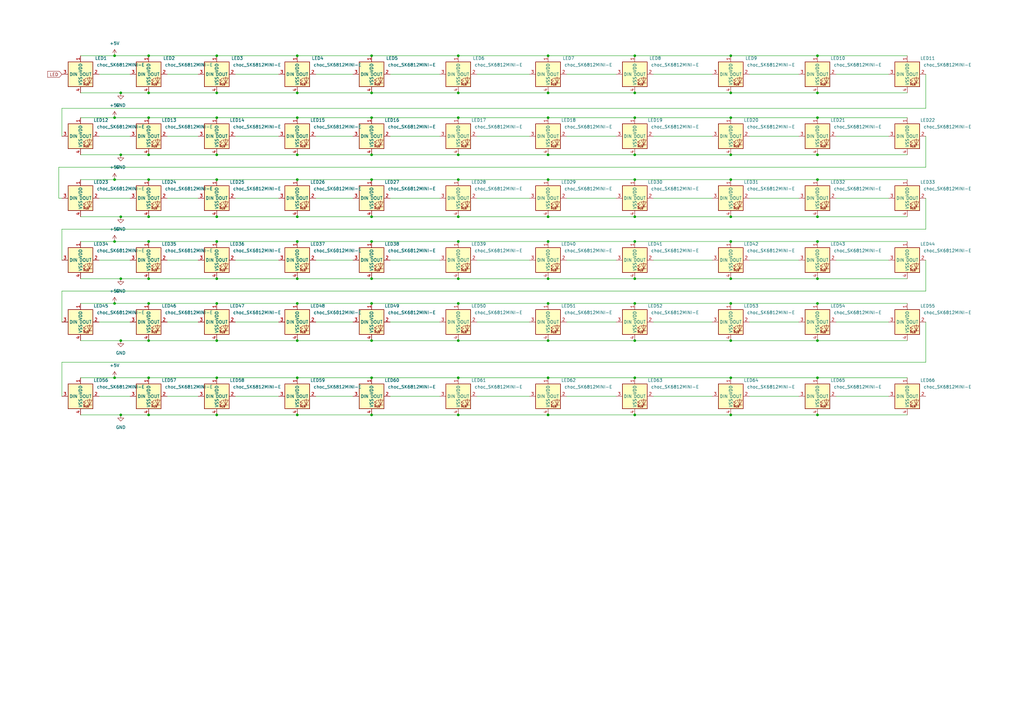
<source format=kicad_sch>
(kicad_sch (version 20250114) (generator "eeschema") (generator_version "9.0")
  (paper "A3")
  (lib_symbols
    (symbol "PCM_marbastlib-choc:choc_SK6812MINI-E"
      (property "Reference" "LED" (at 2.54 6.35 0))
      (property "Value" "choc_SK6812MINI-E" (at 10.795 -6.35 0))
      (symbol "choc_SK6812MINI-E_0_0"
        (text "RGB" (at 2.286 -4.191 0) (effects (font (size 0.762 0.762))))
      )
      (symbol "choc_SK6812MINI-E_0_1"
        (rectangle (start -5.08 5.08) (end 5.08 -5.08) (stroke (width 0.254)) (fill (type background)))
        (polyline (pts (xy 1.27 -2.54) (xy 1.778 -2.54)))
        (polyline (pts (xy 1.27 -3.556) (xy 1.778 -3.556)))
        (polyline (pts (xy 2.286 -1.524) (xy 1.27 -2.54) (xy 1.27 -2.032)))
        (polyline (pts (xy 2.286 -2.54) (xy 1.27 -3.556) (xy 1.27 -3.048)))
        (polyline (pts (xy 3.683 -1.016) (xy 3.683 -3.556) (xy 3.683 -4.064)))
        (polyline (pts (xy 4.699 -1.524) (xy 2.667 -1.524) (xy 3.683 -3.556) (xy 4.699 -1.524)))
        (polyline (pts (xy 4.699 -3.556) (xy 2.667 -3.556)))
      )
      (symbol "choc_SK6812MINI-E_1_1"
        (pin input line (at -7.62 0 0) (length 2.54) (name "DIN") (number "3"))
        (pin power_in line (at 0 7.62 270) (length 2.54) (name "VDD") (number "1"))
        (pin power_in line (at 0 -7.62 90) (length 2.54) (name "VSS") (number "4"))
        (pin output line (at 7.62 0 180) (length 2.54) (name "DOUT") (number "2"))
      )
    )
    (symbol "power:+5V" (power) (pin_numbers (hide yes)) (pin_names (offset 0) (hide yes))
      (property "Value" "+5V" (at 0 3.556 0))
      (symbol "+5V_0_1"
        (polyline (pts (xy -0.762 1.27) (xy 0 2.54)))
        (polyline (pts (xy 0 2.54) (xy 0.762 1.27)))
        (polyline (pts (xy 0 0) (xy 0 2.54)))
      )
      (symbol "+5V_1_1"
        (pin power_in line (at 0 0 90) (length 0) (name "~") (number "1"))
      )
    )
    (symbol "power:GND" (power) (pin_numbers (hide yes)) (pin_names (offset 0) (hide yes))
      (property "Value" "GND" (at 0 -3.81 0))
      (symbol "GND_0_1"
        (polyline (pts (xy 0 0) (xy 0 -1.27) (xy 1.27 -1.27) (xy 0 -2.54) (xy -1.27 -1.27) (xy 0 -1.27)))
      )
      (symbol "GND_1_1"
        (pin power_in line (at 0 0 270) (length 0) (name "~") (number "1"))
      )
    )
  )
  (junction (at 187.96 154.94))
  (junction (at 187.96 38.1))
  (junction (at 60.96 38.1))
  (junction (at 88.9 63.5))
  (junction (at 152.4 48.26))
  (junction (at 224.79 124.46))
  (junction (at 152.4 38.1))
  (junction (at 46.99 154.94))
  (junction (at 299.72 48.26))
  (junction (at 187.96 99.06))
  (junction (at 152.4 170.18))
  (junction (at 46.99 22.86))
  (junction (at 224.79 99.06))
  (junction (at 335.28 73.66))
  (junction (at 187.96 114.3))
  (junction (at 335.28 88.9))
  (junction (at 260.35 73.66))
  (junction (at 88.9 139.7))
  (junction (at 88.9 88.9))
  (junction (at 335.28 154.94))
  (junction (at 88.9 154.94))
  (junction (at 88.9 170.18))
  (junction (at 88.9 48.26))
  (junction (at 88.9 73.66))
  (junction (at 60.96 154.94))
  (junction (at 121.92 22.86))
  (junction (at 60.96 22.86))
  (junction (at 335.28 99.06))
  (junction (at 187.96 48.26))
  (junction (at 49.53 170.18))
  (junction (at 88.9 114.3))
  (junction (at 335.28 170.18))
  (junction (at 260.35 48.26))
  (junction (at 49.53 63.5))
  (junction (at 49.53 139.7))
  (junction (at 46.99 73.66))
  (junction (at 187.96 88.9))
  (junction (at 260.35 63.5))
  (junction (at 152.4 88.9))
  (junction (at 299.72 38.1))
  (junction (at 121.92 38.1))
  (junction (at 260.35 88.9))
  (junction (at 224.79 139.7))
  (junction (at 88.9 124.46))
  (junction (at 152.4 154.94))
  (junction (at 152.4 99.06))
  (junction (at 121.92 63.5))
  (junction (at 88.9 99.06))
  (junction (at 260.35 154.94))
  (junction (at 335.28 63.5))
  (junction (at 299.72 22.86))
  (junction (at 187.96 63.5))
  (junction (at 335.28 22.86))
  (junction (at 49.53 114.3))
  (junction (at 49.53 38.1))
  (junction (at 335.28 48.26))
  (junction (at 224.79 48.26))
  (junction (at 260.35 139.7))
  (junction (at 299.72 73.66))
  (junction (at 121.92 154.94))
  (junction (at 46.99 48.26))
  (junction (at 88.9 22.86))
  (junction (at 299.72 88.9))
  (junction (at 121.92 139.7))
  (junction (at 60.96 88.9))
  (junction (at 121.92 73.66))
  (junction (at 224.79 38.1))
  (junction (at 152.4 73.66))
  (junction (at 152.4 22.86))
  (junction (at 224.79 170.18))
  (junction (at 187.96 139.7))
  (junction (at 121.92 124.46))
  (junction (at 60.96 63.5))
  (junction (at 152.4 114.3))
  (junction (at 187.96 73.66))
  (junction (at 335.28 124.46))
  (junction (at 299.72 170.18))
  (junction (at 299.72 99.06))
  (junction (at 60.96 114.3))
  (junction (at 187.96 170.18))
  (junction (at 260.35 99.06))
  (junction (at 299.72 114.3))
  (junction (at 60.96 124.46))
  (junction (at 121.92 48.26))
  (junction (at 299.72 154.94))
  (junction (at 335.28 139.7))
  (junction (at 60.96 48.26))
  (junction (at 260.35 38.1))
  (junction (at 335.28 114.3))
  (junction (at 224.79 22.86))
  (junction (at 121.92 88.9))
  (junction (at 299.72 124.46))
  (junction (at 224.79 73.66))
  (junction (at 46.99 99.06))
  (junction (at 60.96 73.66))
  (junction (at 224.79 88.9))
  (junction (at 187.96 22.86))
  (junction (at 60.96 170.18))
  (junction (at 60.96 99.06))
  (junction (at 260.35 22.86))
  (junction (at 121.92 170.18))
  (junction (at 152.4 63.5))
  (junction (at 224.79 114.3))
  (junction (at 260.35 114.3))
  (junction (at 260.35 170.18))
  (junction (at 335.28 38.1))
  (junction (at 60.96 139.7))
  (junction (at 299.72 139.7))
  (junction (at 224.79 154.94))
  (junction (at 187.96 124.46))
  (junction (at 224.79 63.5))
  (junction (at 299.72 63.5))
  (junction (at 260.35 124.46))
  (junction (at 46.99 124.46))
  (junction (at 152.4 124.46))
  (junction (at 88.9 38.1))
  (junction (at 152.4 139.7))
  (junction (at 121.92 114.3))
  (junction (at 121.92 99.06))
  (junction (at 49.53 88.9))
  (wire (pts (xy 68.58 106.68) (xy 81.28 106.68)))
  (wire (pts (xy 335.28 88.9) (xy 372.11 88.9)))
  (wire (pts (xy 121.92 88.9) (xy 152.4 88.9)))
  (wire (pts (xy 260.35 63.5) (xy 299.72 63.5)))
  (wire (pts (xy 160.02 162.56) (xy 180.34 162.56)))
  (wire (pts (xy 33.02 99.06) (xy 46.99 99.06)))
  (wire (pts (xy 307.34 30.48) (xy 327.66 30.48)))
  (wire (pts (xy 299.72 73.66) (xy 335.28 73.66)))
  (wire (pts (xy 224.79 73.66) (xy 260.35 73.66)))
  (wire (pts (xy 46.99 124.46) (xy 60.96 124.46)))
  (wire (pts (xy 379.73 55.88) (xy 379.73 68.58)))
  (wire (pts (xy 129.54 81.28) (xy 144.78 81.28)))
  (wire (pts (xy 195.58 132.08) (xy 217.17 132.08)))
  (wire (pts (xy 335.28 48.26) (xy 372.11 48.26)))
  (wire (pts (xy 187.96 114.3) (xy 224.79 114.3)))
  (wire (pts (xy 88.9 154.94) (xy 121.92 154.94)))
  (wire (pts (xy 187.96 63.5) (xy 224.79 63.5)))
  (wire (pts (xy 129.54 132.08) (xy 144.78 132.08)))
  (wire (pts (xy 152.4 38.1) (xy 187.96 38.1)))
  (wire (pts (xy 152.4 154.94) (xy 187.96 154.94)))
  (wire (pts (xy 96.52 81.28) (xy 114.3 81.28)))
  (wire (pts (xy 129.54 30.48) (xy 144.78 30.48)))
  (wire (pts (xy 224.79 48.26) (xy 260.35 48.26)))
  (wire (pts (xy 379.73 119.38) (xy 25.4 119.38)))
  (wire (pts (xy 267.97 132.08) (xy 292.1 132.08)))
  (wire (pts (xy 49.53 88.9) (xy 60.96 88.9)))
  (wire (pts (xy 60.96 48.26) (xy 88.9 48.26)))
  (wire (pts (xy 60.96 114.3) (xy 88.9 114.3)))
  (wire (pts (xy 88.9 22.86) (xy 121.92 22.86)))
  (wire (pts (xy 46.99 99.06) (xy 60.96 99.06)))
  (wire (pts (xy 121.92 48.26) (xy 152.4 48.26)))
  (wire (pts (xy 40.64 55.88) (xy 53.34 55.88)))
  (wire (pts (xy 24.13 68.58) (xy 24.13 81.28)))
  (wire (pts (xy 299.72 99.06) (xy 335.28 99.06)))
  (wire (pts (xy 260.35 99.06) (xy 299.72 99.06)))
  (wire (pts (xy 342.9 162.56) (xy 364.49 162.56)))
  (wire (pts (xy 152.4 99.06) (xy 187.96 99.06)))
  (wire (pts (xy 96.52 55.88) (xy 114.3 55.88)))
  (wire (pts (xy 335.28 114.3) (xy 372.11 114.3)))
  (wire (pts (xy 88.9 88.9) (xy 121.92 88.9)))
  (wire (pts (xy 60.96 22.86) (xy 88.9 22.86)))
  (wire (pts (xy 152.4 88.9) (xy 187.96 88.9)))
  (wire (pts (xy 88.9 170.18) (xy 121.92 170.18)))
  (wire (pts (xy 121.92 38.1) (xy 152.4 38.1)))
  (wire (pts (xy 267.97 30.48) (xy 292.1 30.48)))
  (wire (pts (xy 96.52 30.48) (xy 114.3 30.48)))
  (wire (pts (xy 187.96 73.66) (xy 224.79 73.66)))
  (wire (pts (xy 68.58 55.88) (xy 81.28 55.88)))
  (wire (pts (xy 25.4 44.45) (xy 25.4 55.88)))
  (wire (pts (xy 121.92 22.86) (xy 152.4 22.86)))
  (wire (pts (xy 121.92 124.46) (xy 152.4 124.46)))
  (wire (pts (xy 335.28 124.46) (xy 372.11 124.46)))
  (wire (pts (xy 379.73 106.68) (xy 379.73 119.38)))
  (wire (pts (xy 187.96 139.7) (xy 224.79 139.7)))
  (wire (pts (xy 46.99 48.26) (xy 60.96 48.26)))
  (wire (pts (xy 187.96 38.1) (xy 224.79 38.1)))
  (wire (pts (xy 260.35 139.7) (xy 299.72 139.7)))
  (wire (pts (xy 224.79 88.9) (xy 260.35 88.9)))
  (wire (pts (xy 129.54 55.88) (xy 144.78 55.88)))
  (wire (pts (xy 60.96 38.1) (xy 88.9 38.1)))
  (wire (pts (xy 195.58 30.48) (xy 217.17 30.48)))
  (wire (pts (xy 46.99 22.86) (xy 60.96 22.86)))
  (wire (pts (xy 33.02 38.1) (xy 49.53 38.1)))
  (wire (pts (xy 260.35 88.9) (xy 299.72 88.9)))
  (wire (pts (xy 152.4 124.46) (xy 187.96 124.46)))
  (wire (pts (xy 49.53 38.1) (xy 60.96 38.1)))
  (wire (pts (xy 33.02 88.9) (xy 49.53 88.9)))
  (wire (pts (xy 260.35 38.1) (xy 299.72 38.1)))
  (wire (pts (xy 307.34 132.08) (xy 327.66 132.08)))
  (wire (pts (xy 33.02 114.3) (xy 49.53 114.3)))
  (wire (pts (xy 121.92 99.06) (xy 152.4 99.06)))
  (wire (pts (xy 121.92 154.94) (xy 152.4 154.94)))
  (wire (pts (xy 267.97 162.56) (xy 292.1 162.56)))
  (wire (pts (xy 342.9 30.48) (xy 364.49 30.48)))
  (wire (pts (xy 187.96 22.86) (xy 224.79 22.86)))
  (wire (pts (xy 121.92 114.3) (xy 152.4 114.3)))
  (wire (pts (xy 379.73 68.58) (xy 24.13 68.58)))
  (wire (pts (xy 299.72 170.18) (xy 335.28 170.18)))
  (wire (pts (xy 260.35 48.26) (xy 299.72 48.26)))
  (wire (pts (xy 121.92 139.7) (xy 152.4 139.7)))
  (wire (pts (xy 224.79 154.94) (xy 260.35 154.94)))
  (wire (pts (xy 33.02 22.86) (xy 46.99 22.86)))
  (wire (pts (xy 68.58 81.28) (xy 81.28 81.28)))
  (wire (pts (xy 49.53 170.18) (xy 60.96 170.18)))
  (wire (pts (xy 232.41 162.56) (xy 252.73 162.56)))
  (wire (pts (xy 307.34 162.56) (xy 327.66 162.56)))
  (wire (pts (xy 342.9 81.28) (xy 364.49 81.28)))
  (wire (pts (xy 299.72 124.46) (xy 335.28 124.46)))
  (wire (pts (xy 195.58 81.28) (xy 217.17 81.28)))
  (wire (pts (xy 299.72 154.94) (xy 335.28 154.94)))
  (wire (pts (xy 187.96 154.94) (xy 224.79 154.94)))
  (wire (pts (xy 160.02 132.08) (xy 180.34 132.08)))
  (wire (pts (xy 33.02 48.26) (xy 46.99 48.26)))
  (wire (pts (xy 232.41 106.68) (xy 252.73 106.68)))
  (wire (pts (xy 68.58 30.48) (xy 81.28 30.48)))
  (wire (pts (xy 33.02 73.66) (xy 46.99 73.66)))
  (wire (pts (xy 187.96 88.9) (xy 224.79 88.9)))
  (wire (pts (xy 260.35 170.18) (xy 299.72 170.18)))
  (wire (pts (xy 24.13 81.28) (xy 25.4 81.28)))
  (wire (pts (xy 152.4 114.3) (xy 187.96 114.3)))
  (wire (pts (xy 68.58 162.56) (xy 81.28 162.56)))
  (wire (pts (xy 260.35 124.46) (xy 299.72 124.46)))
  (wire (pts (xy 260.35 73.66) (xy 299.72 73.66)))
  (wire (pts (xy 232.41 30.48) (xy 252.73 30.48)))
  (wire (pts (xy 299.72 114.3) (xy 335.28 114.3)))
  (wire (pts (xy 88.9 139.7) (xy 121.92 139.7)))
  (wire (pts (xy 335.28 99.06) (xy 372.11 99.06)))
  (wire (pts (xy 160.02 106.68) (xy 180.34 106.68)))
  (wire (pts (xy 49.53 139.7) (xy 60.96 139.7)))
  (wire (pts (xy 187.96 124.46) (xy 224.79 124.46)))
  (wire (pts (xy 299.72 38.1) (xy 335.28 38.1)))
  (wire (pts (xy 260.35 22.86) (xy 299.72 22.86)))
  (wire (pts (xy 224.79 99.06) (xy 260.35 99.06)))
  (wire (pts (xy 335.28 139.7) (xy 372.11 139.7)))
  (wire (pts (xy 88.9 124.46) (xy 121.92 124.46)))
  (wire (pts (xy 232.41 55.88) (xy 252.73 55.88)))
  (wire (pts (xy 60.96 73.66) (xy 88.9 73.66)))
  (wire (pts (xy 88.9 63.5) (xy 121.92 63.5)))
  (wire (pts (xy 342.9 55.88) (xy 364.49 55.88)))
  (wire (pts (xy 224.79 38.1) (xy 260.35 38.1)))
  (wire (pts (xy 260.35 114.3) (xy 299.72 114.3)))
  (wire (pts (xy 88.9 114.3) (xy 121.92 114.3)))
  (wire (pts (xy 335.28 63.5) (xy 372.11 63.5)))
  (wire (pts (xy 307.34 106.68) (xy 327.66 106.68)))
  (wire (pts (xy 267.97 106.68) (xy 292.1 106.68)))
  (wire (pts (xy 152.4 63.5) (xy 187.96 63.5)))
  (wire (pts (xy 342.9 106.68) (xy 364.49 106.68)))
  (wire (pts (xy 224.79 22.86) (xy 260.35 22.86)))
  (wire (pts (xy 121.92 63.5) (xy 152.4 63.5)))
  (wire (pts (xy 335.28 154.94) (xy 372.11 154.94)))
  (wire (pts (xy 129.54 106.68) (xy 144.78 106.68)))
  (wire (pts (xy 25.4 148.59) (xy 25.4 162.56)))
  (wire (pts (xy 46.99 154.94) (xy 60.96 154.94)))
  (wire (pts (xy 60.96 63.5) (xy 88.9 63.5)))
  (wire (pts (xy 40.64 132.08) (xy 53.34 132.08)))
  (wire (pts (xy 60.96 139.7) (xy 88.9 139.7)))
  (wire (pts (xy 195.58 106.68) (xy 217.17 106.68)))
  (wire (pts (xy 224.79 139.7) (xy 260.35 139.7)))
  (wire (pts (xy 299.72 63.5) (xy 335.28 63.5)))
  (wire (pts (xy 60.96 99.06) (xy 88.9 99.06)))
  (wire (pts (xy 379.73 44.45) (xy 25.4 44.45)))
  (wire (pts (xy 224.79 124.46) (xy 260.35 124.46)))
  (wire (pts (xy 379.73 81.28) (xy 379.73 93.98)))
  (wire (pts (xy 187.96 99.06) (xy 224.79 99.06)))
  (wire (pts (xy 299.72 88.9) (xy 335.28 88.9)))
  (wire (pts (xy 129.54 162.56) (xy 144.78 162.56)))
  (wire (pts (xy 96.52 162.56) (xy 114.3 162.56)))
  (wire (pts (xy 379.73 132.08) (xy 379.73 148.59)))
  (wire (pts (xy 307.34 81.28) (xy 327.66 81.28)))
  (wire (pts (xy 60.96 88.9) (xy 88.9 88.9)))
  (wire (pts (xy 160.02 81.28) (xy 180.34 81.28)))
  (wire (pts (xy 152.4 48.26) (xy 187.96 48.26)))
  (wire (pts (xy 307.34 55.88) (xy 327.66 55.88)))
  (wire (pts (xy 260.35 154.94) (xy 299.72 154.94)))
  (wire (pts (xy 33.02 154.94) (xy 46.99 154.94)))
  (wire (pts (xy 335.28 170.18) (xy 372.11 170.18)))
  (wire (pts (xy 60.96 154.94) (xy 88.9 154.94)))
  (wire (pts (xy 342.9 132.08) (xy 364.49 132.08)))
  (wire (pts (xy 96.52 132.08) (xy 114.3 132.08)))
  (wire (pts (xy 335.28 38.1) (xy 372.11 38.1)))
  (wire (pts (xy 187.96 170.18) (xy 224.79 170.18)))
  (wire (pts (xy 40.64 81.28) (xy 53.34 81.28)))
  (wire (pts (xy 379.73 148.59) (xy 25.4 148.59)))
  (wire (pts (xy 299.72 48.26) (xy 335.28 48.26)))
  (wire (pts (xy 335.28 22.86) (xy 372.11 22.86)))
  (wire (pts (xy 152.4 170.18) (xy 187.96 170.18)))
  (wire (pts (xy 40.64 162.56) (xy 53.34 162.56)))
  (wire (pts (xy 88.9 73.66) (xy 121.92 73.66)))
  (wire (pts (xy 88.9 48.26) (xy 121.92 48.26)))
  (wire (pts (xy 49.53 63.5) (xy 60.96 63.5)))
  (wire (pts (xy 60.96 170.18) (xy 88.9 170.18)))
  (wire (pts (xy 224.79 170.18) (xy 260.35 170.18)))
  (wire (pts (xy 267.97 81.28) (xy 292.1 81.28)))
  (wire (pts (xy 195.58 55.88) (xy 217.17 55.88)))
  (wire (pts (xy 299.72 22.86) (xy 335.28 22.86)))
  (wire (pts (xy 160.02 55.88) (xy 180.34 55.88)))
  (wire (pts (xy 33.02 170.18) (xy 49.53 170.18)))
  (wire (pts (xy 40.64 106.68) (xy 53.34 106.68)))
  (wire (pts (xy 152.4 139.7) (xy 187.96 139.7)))
  (wire (pts (xy 40.64 30.48) (xy 53.34 30.48)))
  (wire (pts (xy 379.73 93.98) (xy 25.4 93.98)))
  (wire (pts (xy 88.9 38.1) (xy 121.92 38.1)))
  (wire (pts (xy 33.02 63.5) (xy 49.53 63.5)))
  (wire (pts (xy 379.73 30.48) (xy 379.73 44.45)))
  (wire (pts (xy 49.53 114.3) (xy 60.96 114.3)))
  (wire (pts (xy 68.58 132.08) (xy 81.28 132.08)))
  (wire (pts (xy 33.02 139.7) (xy 49.53 139.7)))
  (wire (pts (xy 335.28 73.66) (xy 372.11 73.66)))
  (wire (pts (xy 33.02 124.46) (xy 46.99 124.46)))
  (wire (pts (xy 25.4 93.98) (xy 25.4 106.68)))
  (wire (pts (xy 160.02 30.48) (xy 180.34 30.48)))
  (wire (pts (xy 88.9 99.06) (xy 121.92 99.06)))
  (wire (pts (xy 267.97 55.88) (xy 292.1 55.88)))
  (wire (pts (xy 25.4 119.38) (xy 25.4 132.08)))
  (wire (pts (xy 60.96 124.46) (xy 88.9 124.46)))
  (wire (pts (xy 152.4 22.86) (xy 187.96 22.86)))
  (wire (pts (xy 195.58 162.56) (xy 217.17 162.56)))
  (wire (pts (xy 224.79 63.5) (xy 260.35 63.5)))
  (wire (pts (xy 46.99 73.66) (xy 60.96 73.66)))
  (wire (pts (xy 96.52 106.68) (xy 114.3 106.68)))
  (wire (pts (xy 224.79 114.3) (xy 260.35 114.3)))
  (wire (pts (xy 152.4 73.66) (xy 187.96 73.66)))
  (wire (pts (xy 121.92 73.66) (xy 152.4 73.66)))
  (wire (pts (xy 121.92 170.18) (xy 152.4 170.18)))
  (wire (pts (xy 299.72 139.7) (xy 335.28 139.7)))
  (wire (pts (xy 232.41 81.28) (xy 252.73 81.28)))
  (wire (pts (xy 232.41 132.08) (xy 252.73 132.08)))
  (wire (pts (xy 187.96 48.26) (xy 224.79 48.26)))
  (global_label "LED" (shape input) (at 25.4 30.48 180) (property "Intersheetrefs" "${INTERSHEET_REFS}" (effects (hide yes))))
  (symbol (lib_id "PCM_marbastlib-choc:choc_SK6812MINI-E") (at 152.4 30.48 0) (unit 1)
    (property "Reference" "LED5" (at 160.782 23.876 0))
    (property "Value" "choc_SK6812MINI-E" (at 168.91 26.5998 0))
    (property "Footprint" "PCM_marbastlib-choc:LED_choc_6028R" (effects (hide yes)))
    (property "Description" "Reverse mount adressable LED (WS2812 protocol)" (effects (hide yes)))
  )
  (symbol (lib_id "power:+5V") (at 46.99 22.86 0) (unit 1)
    (property "Reference" "#PWR01" (effects (hide yes)))
    (property "Value" "+5V" (at 46.99 17.78 0))
    (property "Description" "Power symbol creates a global label with name \"+5V\"" (effects (hide yes)))
  )
  (symbol (lib_id "power:GND") (at 49.53 114.3 0) (unit 1)
    (property "Reference" "#PWR08" (effects (hide yes)))
    (property "Value" "GND" (at 49.53 119.38 0))
    (property "Description" "Power symbol creates a global label with name \"GND\" , ground" (effects (hide yes)))
  )
  (symbol (lib_id "power:GND") (at 49.53 170.18 0) (unit 1)
    (property "Reference" "#PWR012" (effects (hide yes)))
    (property "Value" "GND" (at 49.53 175.26 0))
    (property "Description" "Power symbol creates a global label with name \"GND\" , ground" (effects (hide yes)))
  )
  (symbol (lib_id "PCM_marbastlib-choc:choc_SK6812MINI-E") (at 60.96 132.08 0) (unit 1)
    (property "Reference" "LED46" (at 69.342 125.476 0))
    (property "Value" "choc_SK6812MINI-E" (at 77.47 128.1998 0))
    (property "Footprint" "PCM_marbastlib-choc:LED_choc_6028R" (effects (hide yes)))
    (property "Description" "Reverse mount adressable LED (WS2812 protocol)" (effects (hide yes)))
  )
  (symbol (lib_id "PCM_marbastlib-choc:choc_SK6812MINI-E") (at 187.96 30.48 0) (unit 1)
    (property "Reference" "LED6" (at 196.342 23.876 0))
    (property "Value" "choc_SK6812MINI-E" (at 204.47 26.5998 0))
    (property "Footprint" "PCM_marbastlib-choc:LED_choc_6028R" (effects (hide yes)))
    (property "Description" "Reverse mount adressable LED (WS2812 protocol)" (effects (hide yes)))
  )
  (symbol (lib_id "PCM_marbastlib-choc:choc_SK6812MINI-E") (at 121.92 30.48 0) (unit 1)
    (property "Reference" "LED4" (at 130.302 23.876 0))
    (property "Value" "choc_SK6812MINI-E" (at 138.43 26.5998 0))
    (property "Footprint" "PCM_marbastlib-choc:LED_choc_6028R" (effects (hide yes)))
    (property "Description" "Reverse mount adressable LED (WS2812 protocol)" (effects (hide yes)))
  )
  (symbol (lib_id "PCM_marbastlib-choc:choc_SK6812MINI-E") (at 121.92 162.56 0) (unit 1)
    (property "Reference" "LED59" (at 130.302 155.956 0))
    (property "Value" "choc_SK6812MINI-E" (at 138.43 158.6798 0))
    (property "Footprint" "PCM_marbastlib-choc:LED_choc_6028R" (effects (hide yes)))
    (property "Description" "Reverse mount adressable LED (WS2812 protocol)" (effects (hide yes)))
  )
  (symbol (lib_id "PCM_marbastlib-choc:choc_SK6812MINI-E") (at 88.9 81.28 0) (unit 1)
    (property "Reference" "LED25" (at 97.282 74.676 0))
    (property "Value" "choc_SK6812MINI-E" (at 105.41 77.3998 0))
    (property "Footprint" "PCM_marbastlib-choc:LED_choc_6028R" (effects (hide yes)))
    (property "Description" "Reverse mount adressable LED (WS2812 protocol)" (effects (hide yes)))
  )
  (symbol (lib_id "PCM_marbastlib-choc:choc_SK6812MINI-E") (at 33.02 55.88 0) (unit 1)
    (property "Reference" "LED12" (at 41.402 49.276 0))
    (property "Value" "choc_SK6812MINI-E" (at 49.53 51.9998 0))
    (property "Footprint" "PCM_marbastlib-choc:LED_choc_6028R" (effects (hide yes)))
    (property "Description" "Reverse mount adressable LED (WS2812 protocol)" (effects (hide yes)))
  )
  (symbol (lib_id "PCM_marbastlib-choc:choc_SK6812MINI-E") (at 335.28 55.88 0) (unit 1)
    (property "Reference" "LED21" (at 343.662 49.276 0))
    (property "Value" "choc_SK6812MINI-E" (at 351.79 51.9998 0))
    (property "Footprint" "PCM_marbastlib-choc:LED_choc_6028R" (effects (hide yes)))
    (property "Description" "Reverse mount adressable LED (WS2812 protocol)" (effects (hide yes)))
  )
  (symbol (lib_id "PCM_marbastlib-choc:choc_SK6812MINI-E") (at 187.96 81.28 0) (unit 1)
    (property "Reference" "LED28" (at 196.342 74.676 0))
    (property "Value" "choc_SK6812MINI-E" (at 204.47 77.3998 0))
    (property "Footprint" "PCM_marbastlib-choc:LED_choc_6028R" (effects (hide yes)))
    (property "Description" "Reverse mount adressable LED (WS2812 protocol)" (effects (hide yes)))
  )
  (symbol (lib_id "PCM_marbastlib-choc:choc_SK6812MINI-E") (at 33.02 81.28 0) (unit 1)
    (property "Reference" "LED23" (at 41.402 74.676 0))
    (property "Value" "choc_SK6812MINI-E" (at 49.53 77.3998 0))
    (property "Footprint" "PCM_marbastlib-choc:LED_choc_6028R" (effects (hide yes)))
    (property "Description" "Reverse mount adressable LED (WS2812 protocol)" (effects (hide yes)))
  )
  (symbol (lib_id "PCM_marbastlib-choc:choc_SK6812MINI-E") (at 60.96 55.88 0) (unit 1)
    (property "Reference" "LED13" (at 69.342 49.276 0))
    (property "Value" "choc_SK6812MINI-E" (at 77.47 51.9998 0))
    (property "Footprint" "PCM_marbastlib-choc:LED_choc_6028R" (effects (hide yes)))
    (property "Description" "Reverse mount adressable LED (WS2812 protocol)" (effects (hide yes)))
  )
  (symbol (lib_id "PCM_marbastlib-choc:choc_SK6812MINI-E") (at 88.9 162.56 0) (unit 1)
    (property "Reference" "LED58" (at 97.282 155.956 0))
    (property "Value" "choc_SK6812MINI-E" (at 105.41 158.6798 0))
    (property "Footprint" "PCM_marbastlib-choc:LED_choc_6028R" (effects (hide yes)))
    (property "Description" "Reverse mount adressable LED (WS2812 protocol)" (effects (hide yes)))
  )
  (symbol (lib_id "power:GND") (at 49.53 38.1 0) (unit 1)
    (property "Reference" "#PWR02" (effects (hide yes)))
    (property "Value" "GND" (at 49.53 43.18 0))
    (property "Description" "Power symbol creates a global label with name \"GND\" , ground" (effects (hide yes)))
  )
  (symbol (lib_id "PCM_marbastlib-choc:choc_SK6812MINI-E") (at 224.79 106.68 0) (unit 1)
    (property "Reference" "LED40" (at 233.172 100.076 0))
    (property "Value" "choc_SK6812MINI-E" (at 241.3 102.7998 0))
    (property "Footprint" "PCM_marbastlib-choc:LED_choc_6028R" (effects (hide yes)))
    (property "Description" "Reverse mount adressable LED (WS2812 protocol)" (effects (hide yes)))
  )
  (symbol (lib_id "PCM_marbastlib-choc:choc_SK6812MINI-E") (at 33.02 132.08 0) (unit 1)
    (property "Reference" "LED45" (at 41.402 125.476 0))
    (property "Value" "choc_SK6812MINI-E" (at 49.53 128.1998 0))
    (property "Footprint" "PCM_marbastlib-choc:LED_choc_6028R" (effects (hide yes)))
    (property "Description" "Reverse mount adressable LED (WS2812 protocol)" (effects (hide yes)))
  )
  (symbol (lib_id "PCM_marbastlib-choc:choc_SK6812MINI-E") (at 224.79 162.56 0) (unit 1)
    (property "Reference" "LED62" (at 233.172 155.956 0))
    (property "Value" "choc_SK6812MINI-E" (at 241.3 158.6798 0))
    (property "Footprint" "PCM_marbastlib-choc:LED_choc_6028R" (effects (hide yes)))
    (property "Description" "Reverse mount adressable LED (WS2812 protocol)" (effects (hide yes)))
  )
  (symbol (lib_id "PCM_marbastlib-choc:choc_SK6812MINI-E") (at 372.11 30.48 0) (unit 1)
    (property "Reference" "LED11" (at 380.492 23.876 0))
    (property "Value" "choc_SK6812MINI-E" (at 388.62 26.5998 0))
    (property "Footprint" "PCM_marbastlib-choc:LED_choc_6028R" (effects (hide yes)))
    (property "Description" "Reverse mount adressable LED (WS2812 protocol)" (effects (hide yes)))
  )
  (symbol (lib_id "PCM_marbastlib-choc:choc_SK6812MINI-E") (at 224.79 81.28 0) (unit 1)
    (property "Reference" "LED29" (at 233.172 74.676 0))
    (property "Value" "choc_SK6812MINI-E" (at 241.3 77.3998 0))
    (property "Footprint" "PCM_marbastlib-choc:LED_choc_6028R" (effects (hide yes)))
    (property "Description" "Reverse mount adressable LED (WS2812 protocol)" (effects (hide yes)))
  )
  (symbol (lib_id "PCM_marbastlib-choc:choc_SK6812MINI-E") (at 121.92 132.08 0) (unit 1)
    (property "Reference" "LED48" (at 130.302 125.476 0))
    (property "Value" "choc_SK6812MINI-E" (at 138.43 128.1998 0))
    (property "Footprint" "PCM_marbastlib-choc:LED_choc_6028R" (effects (hide yes)))
    (property "Description" "Reverse mount adressable LED (WS2812 protocol)" (effects (hide yes)))
  )
  (symbol (lib_id "PCM_marbastlib-choc:choc_SK6812MINI-E") (at 299.72 81.28 0) (unit 1)
    (property "Reference" "LED31" (at 308.102 74.676 0))
    (property "Value" "choc_SK6812MINI-E" (at 316.23 77.3998 0))
    (property "Footprint" "PCM_marbastlib-choc:LED_choc_6028R" (effects (hide yes)))
    (property "Description" "Reverse mount adressable LED (WS2812 protocol)" (effects (hide yes)))
  )
  (symbol (lib_id "PCM_marbastlib-choc:choc_SK6812MINI-E") (at 152.4 55.88 0) (unit 1)
    (property "Reference" "LED16" (at 160.782 49.276 0))
    (property "Value" "choc_SK6812MINI-E" (at 168.91 51.9998 0))
    (property "Footprint" "PCM_marbastlib-choc:LED_choc_6028R" (effects (hide yes)))
    (property "Description" "Reverse mount adressable LED (WS2812 protocol)" (effects (hide yes)))
  )
  (symbol (lib_id "PCM_marbastlib-choc:choc_SK6812MINI-E") (at 372.11 81.28 0) (unit 1)
    (property "Reference" "LED33" (at 380.492 74.676 0))
    (property "Value" "choc_SK6812MINI-E" (at 388.62 77.3998 0))
    (property "Footprint" "PCM_marbastlib-choc:LED_choc_6028R" (effects (hide yes)))
    (property "Description" "Reverse mount adressable LED (WS2812 protocol)" (effects (hide yes)))
  )
  (symbol (lib_id "PCM_marbastlib-choc:choc_SK6812MINI-E") (at 33.02 106.68 0) (unit 1)
    (property "Reference" "LED34" (at 41.402 100.076 0))
    (property "Value" "choc_SK6812MINI-E" (at 49.53 102.7998 0))
    (property "Footprint" "PCM_marbastlib-choc:LED_choc_6028R" (effects (hide yes)))
    (property "Description" "Reverse mount adressable LED (WS2812 protocol)" (effects (hide yes)))
  )
  (symbol (lib_id "PCM_marbastlib-choc:choc_SK6812MINI-E") (at 335.28 30.48 0) (unit 1)
    (property "Reference" "LED10" (at 343.662 23.876 0))
    (property "Value" "choc_SK6812MINI-E" (at 351.79 26.5998 0))
    (property "Footprint" "PCM_marbastlib-choc:LED_choc_6028R" (effects (hide yes)))
    (property "Description" "Reverse mount adressable LED (WS2812 protocol)" (effects (hide yes)))
  )
  (symbol (lib_id "PCM_marbastlib-choc:choc_SK6812MINI-E") (at 260.35 30.48 0) (unit 1)
    (property "Reference" "LED8" (at 268.732 23.876 0))
    (property "Value" "choc_SK6812MINI-E" (at 276.86 26.5998 0))
    (property "Footprint" "PCM_marbastlib-choc:LED_choc_6028R" (effects (hide yes)))
    (property "Description" "Reverse mount adressable LED (WS2812 protocol)" (effects (hide yes)))
  )
  (symbol (lib_id "PCM_marbastlib-choc:choc_SK6812MINI-E") (at 60.96 30.48 0) (unit 1)
    (property "Reference" "LED2" (at 69.342 23.876 0))
    (property "Value" "choc_SK6812MINI-E" (at 77.47 26.5998 0))
    (property "Footprint" "PCM_marbastlib-choc:LED_choc_6028R" (effects (hide yes)))
    (property "Description" "Reverse mount adressable LED (WS2812 protocol)" (effects (hide yes)))
  )
  (symbol (lib_id "PCM_marbastlib-choc:choc_SK6812MINI-E") (at 88.9 106.68 0) (unit 1)
    (property "Reference" "LED36" (at 97.282 100.076 0))
    (property "Value" "choc_SK6812MINI-E" (at 105.41 102.7998 0))
    (property "Footprint" "PCM_marbastlib-choc:LED_choc_6028R" (effects (hide yes)))
    (property "Description" "Reverse mount adressable LED (WS2812 protocol)" (effects (hide yes)))
  )
  (symbol (lib_id "power:GND") (at 49.53 63.5 0) (unit 1)
    (property "Reference" "#PWR04" (effects (hide yes)))
    (property "Value" "GND" (at 49.53 68.58 0))
    (property "Description" "Power symbol creates a global label with name \"GND\" , ground" (effects (hide yes)))
  )
  (symbol (lib_id "PCM_marbastlib-choc:choc_SK6812MINI-E") (at 260.35 162.56 0) (unit 1)
    (property "Reference" "LED63" (at 268.732 155.956 0))
    (property "Value" "choc_SK6812MINI-E" (at 276.86 158.6798 0))
    (property "Footprint" "PCM_marbastlib-choc:LED_choc_6028R" (effects (hide yes)))
    (property "Description" "Reverse mount adressable LED (WS2812 protocol)" (effects (hide yes)))
  )
  (symbol (lib_id "PCM_marbastlib-choc:choc_SK6812MINI-E") (at 299.72 106.68 0) (unit 1)
    (property "Reference" "LED42" (at 308.102 100.076 0))
    (property "Value" "choc_SK6812MINI-E" (at 316.23 102.7998 0))
    (property "Footprint" "PCM_marbastlib-choc:LED_choc_6028R" (effects (hide yes)))
    (property "Description" "Reverse mount adressable LED (WS2812 protocol)" (effects (hide yes)))
  )
  (symbol (lib_id "PCM_marbastlib-choc:choc_SK6812MINI-E") (at 299.72 162.56 0) (unit 1)
    (property "Reference" "LED64" (at 308.102 155.956 0))
    (property "Value" "choc_SK6812MINI-E" (at 316.23 158.6798 0))
    (property "Footprint" "PCM_marbastlib-choc:LED_choc_6028R" (effects (hide yes)))
    (property "Description" "Reverse mount adressable LED (WS2812 protocol)" (effects (hide yes)))
  )
  (symbol (lib_id "PCM_marbastlib-choc:choc_SK6812MINI-E") (at 335.28 81.28 0) (unit 1)
    (property "Reference" "LED32" (at 343.662 74.676 0))
    (property "Value" "choc_SK6812MINI-E" (at 351.79 77.3998 0))
    (property "Footprint" "PCM_marbastlib-choc:LED_choc_6028R" (effects (hide yes)))
    (property "Description" "Reverse mount adressable LED (WS2812 protocol)" (effects (hide yes)))
  )
  (symbol (lib_id "PCM_marbastlib-choc:choc_SK6812MINI-E") (at 335.28 132.08 0) (unit 1)
    (property "Reference" "LED54" (at 343.662 125.476 0))
    (property "Value" "choc_SK6812MINI-E" (at 351.79 128.1998 0))
    (property "Footprint" "PCM_marbastlib-choc:LED_choc_6028R" (effects (hide yes)))
    (property "Description" "Reverse mount adressable LED (WS2812 protocol)" (effects (hide yes)))
  )
  (symbol (lib_id "PCM_marbastlib-choc:choc_SK6812MINI-E") (at 260.35 132.08 0) (unit 1)
    (property "Reference" "LED52" (at 268.732 125.476 0))
    (property "Value" "choc_SK6812MINI-E" (at 276.86 128.1998 0))
    (property "Footprint" "PCM_marbastlib-choc:LED_choc_6028R" (effects (hide yes)))
    (property "Description" "Reverse mount adressable LED (WS2812 protocol)" (effects (hide yes)))
  )
  (symbol (lib_id "PCM_marbastlib-choc:choc_SK6812MINI-E") (at 152.4 132.08 0) (unit 1)
    (property "Reference" "LED49" (at 160.782 125.476 0))
    (property "Value" "choc_SK6812MINI-E" (at 168.91 128.1998 0))
    (property "Footprint" "PCM_marbastlib-choc:LED_choc_6028R" (effects (hide yes)))
    (property "Description" "Reverse mount adressable LED (WS2812 protocol)" (effects (hide yes)))
  )
  (symbol (lib_id "PCM_marbastlib-choc:choc_SK6812MINI-E") (at 335.28 106.68 0) (unit 1)
    (property "Reference" "LED43" (at 343.662 100.076 0))
    (property "Value" "choc_SK6812MINI-E" (at 351.79 102.7998 0))
    (property "Footprint" "PCM_marbastlib-choc:LED_choc_6028R" (effects (hide yes)))
    (property "Description" "Reverse mount adressable LED (WS2812 protocol)" (effects (hide yes)))
  )
  (symbol (lib_id "power:+5V") (at 46.99 73.66 0) (unit 1)
    (property "Reference" "#PWR05" (effects (hide yes)))
    (property "Value" "+5V" (at 46.99 68.58 0))
    (property "Description" "Power symbol creates a global label with name \"+5V\"" (effects (hide yes)))
  )
  (symbol (lib_id "PCM_marbastlib-choc:choc_SK6812MINI-E") (at 187.96 106.68 0) (unit 1)
    (property "Reference" "LED39" (at 196.342 100.076 0))
    (property "Value" "choc_SK6812MINI-E" (at 204.47 102.7998 0))
    (property "Footprint" "PCM_marbastlib-choc:LED_choc_6028R" (effects (hide yes)))
    (property "Description" "Reverse mount adressable LED (WS2812 protocol)" (effects (hide yes)))
  )
  (symbol (lib_id "PCM_marbastlib-choc:choc_SK6812MINI-E") (at 260.35 81.28 0) (unit 1)
    (property "Reference" "LED30" (at 268.732 74.676 0))
    (property "Value" "choc_SK6812MINI-E" (at 276.86 77.3998 0))
    (property "Footprint" "PCM_marbastlib-choc:LED_choc_6028R" (effects (hide yes)))
    (property "Description" "Reverse mount adressable LED (WS2812 protocol)" (effects (hide yes)))
  )
  (symbol (lib_id "power:GND") (at 49.53 139.7 0) (unit 1)
    (property "Reference" "#PWR010" (effects (hide yes)))
    (property "Value" "GND" (at 49.53 144.78 0))
    (property "Description" "Power symbol creates a global label with name \"GND\" , ground" (effects (hide yes)))
  )
  (symbol (lib_id "power:+5V") (at 46.99 48.26 0) (unit 1)
    (property "Reference" "#PWR03" (effects (hide yes)))
    (property "Value" "+5V" (at 46.99 43.18 0))
    (property "Description" "Power symbol creates a global label with name \"+5V\"" (effects (hide yes)))
  )
  (symbol (lib_id "PCM_marbastlib-choc:choc_SK6812MINI-E") (at 372.11 106.68 0) (unit 1)
    (property "Reference" "LED44" (at 380.492 100.076 0))
    (property "Value" "choc_SK6812MINI-E" (at 388.62 102.7998 0))
    (property "Footprint" "PCM_marbastlib-choc:LED_choc_6028R" (effects (hide yes)))
    (property "Description" "Reverse mount adressable LED (WS2812 protocol)" (effects (hide yes)))
  )
  (symbol (lib_id "PCM_marbastlib-choc:choc_SK6812MINI-E") (at 33.02 30.48 0) (unit 1)
    (property "Reference" "LED1" (at 41.402 23.876 0))
    (property "Value" "choc_SK6812MINI-E" (at 49.53 26.5998 0))
    (property "Footprint" "PCM_marbastlib-choc:LED_choc_6028R" (effects (hide yes)))
    (property "Description" "Reverse mount adressable LED (WS2812 protocol)" (effects (hide yes)))
  )
  (symbol (lib_id "PCM_marbastlib-choc:choc_SK6812MINI-E") (at 60.96 81.28 0) (unit 1)
    (property "Reference" "LED24" (at 69.342 74.676 0))
    (property "Value" "choc_SK6812MINI-E" (at 77.47 77.3998 0))
    (property "Footprint" "PCM_marbastlib-choc:LED_choc_6028R" (effects (hide yes)))
    (property "Description" "Reverse mount adressable LED (WS2812 protocol)" (effects (hide yes)))
  )
  (symbol (lib_id "PCM_marbastlib-choc:choc_SK6812MINI-E") (at 260.35 55.88 0) (unit 1)
    (property "Reference" "LED19" (at 268.732 49.276 0))
    (property "Value" "choc_SK6812MINI-E" (at 276.86 51.9998 0))
    (property "Footprint" "PCM_marbastlib-choc:LED_choc_6028R" (effects (hide yes)))
    (property "Description" "Reverse mount adressable LED (WS2812 protocol)" (effects (hide yes)))
  )
  (symbol (lib_id "PCM_marbastlib-choc:choc_SK6812MINI-E") (at 88.9 132.08 0) (unit 1)
    (property "Reference" "LED47" (at 97.282 125.476 0))
    (property "Value" "choc_SK6812MINI-E" (at 105.41 128.1998 0))
    (property "Footprint" "PCM_marbastlib-choc:LED_choc_6028R" (effects (hide yes)))
    (property "Description" "Reverse mount adressable LED (WS2812 protocol)" (effects (hide yes)))
  )
  (symbol (lib_id "PCM_marbastlib-choc:choc_SK6812MINI-E") (at 187.96 162.56 0) (unit 1)
    (property "Reference" "LED61" (at 196.342 155.956 0))
    (property "Value" "choc_SK6812MINI-E" (at 204.47 158.6798 0))
    (property "Footprint" "PCM_marbastlib-choc:LED_choc_6028R" (effects (hide yes)))
    (property "Description" "Reverse mount adressable LED (WS2812 protocol)" (effects (hide yes)))
  )
  (symbol (lib_id "PCM_marbastlib-choc:choc_SK6812MINI-E") (at 60.96 106.68 0) (unit 1)
    (property "Reference" "LED35" (at 69.342 100.076 0))
    (property "Value" "choc_SK6812MINI-E" (at 77.47 102.7998 0))
    (property "Footprint" "PCM_marbastlib-choc:LED_choc_6028R" (effects (hide yes)))
    (property "Description" "Reverse mount adressable LED (WS2812 protocol)" (effects (hide yes)))
  )
  (symbol (lib_id "PCM_marbastlib-choc:choc_SK6812MINI-E") (at 60.96 162.56 0) (unit 1)
    (property "Reference" "LED57" (at 69.342 155.956 0))
    (property "Value" "choc_SK6812MINI-E" (at 77.47 158.6798 0))
    (property "Footprint" "PCM_marbastlib-choc:LED_choc_6028R" (effects (hide yes)))
    (property "Description" "Reverse mount adressable LED (WS2812 protocol)" (effects (hide yes)))
  )
  (symbol (lib_id "PCM_marbastlib-choc:choc_SK6812MINI-E") (at 299.72 55.88 0) (unit 1)
    (property "Reference" "LED20" (at 308.102 49.276 0))
    (property "Value" "choc_SK6812MINI-E" (at 316.23 51.9998 0))
    (property "Footprint" "PCM_marbastlib-choc:LED_choc_6028R" (effects (hide yes)))
    (property "Description" "Reverse mount adressable LED (WS2812 protocol)" (effects (hide yes)))
  )
  (symbol (lib_id "power:+5V") (at 46.99 124.46 0) (unit 1)
    (property "Reference" "#PWR09" (effects (hide yes)))
    (property "Value" "+5V" (at 46.99 119.38 0))
    (property "Description" "Power symbol creates a global label with name \"+5V\"" (effects (hide yes)))
  )
  (symbol (lib_id "PCM_marbastlib-choc:choc_SK6812MINI-E") (at 224.79 30.48 0) (unit 1)
    (property "Reference" "LED7" (at 233.172 23.876 0))
    (property "Value" "choc_SK6812MINI-E" (at 241.3 26.5998 0))
    (property "Footprint" "PCM_marbastlib-choc:LED_choc_6028R" (effects (hide yes)))
    (property "Description" "Reverse mount adressable LED (WS2812 protocol)" (effects (hide yes)))
  )
  (symbol (lib_id "PCM_marbastlib-choc:choc_SK6812MINI-E") (at 152.4 162.56 0) (unit 1)
    (property "Reference" "LED60" (at 160.782 155.956 0))
    (property "Value" "choc_SK6812MINI-E" (at 168.91 158.6798 0))
    (property "Footprint" "PCM_marbastlib-choc:LED_choc_6028R" (effects (hide yes)))
    (property "Description" "Reverse mount adressable LED (WS2812 protocol)" (effects (hide yes)))
  )
  (symbol (lib_id "PCM_marbastlib-choc:choc_SK6812MINI-E") (at 372.11 132.08 0) (unit 1)
    (property "Reference" "LED55" (at 380.492 125.476 0))
    (property "Value" "choc_SK6812MINI-E" (at 388.62 128.1998 0))
    (property "Footprint" "PCM_marbastlib-choc:LED_choc_6028R" (effects (hide yes)))
    (property "Description" "Reverse mount adressable LED (WS2812 protocol)" (effects (hide yes)))
  )
  (symbol (lib_id "power:GND") (at 49.53 88.9 0) (unit 1)
    (property "Reference" "#PWR06" (effects (hide yes)))
    (property "Value" "GND" (at 49.53 93.98 0))
    (property "Description" "Power symbol creates a global label with name \"GND\" , ground" (effects (hide yes)))
  )
  (symbol (lib_id "power:+5V") (at 46.99 154.94 0) (unit 1)
    (property "Reference" "#PWR011" (effects (hide yes)))
    (property "Value" "+5V" (at 46.99 149.86 0))
    (property "Description" "Power symbol creates a global label with name \"+5V\"" (effects (hide yes)))
  )
  (symbol (lib_id "PCM_marbastlib-choc:choc_SK6812MINI-E") (at 187.96 55.88 0) (unit 1)
    (property "Reference" "LED17" (at 196.342 49.276 0))
    (property "Value" "choc_SK6812MINI-E" (at 204.47 51.9998 0))
    (property "Footprint" "PCM_marbastlib-choc:LED_choc_6028R" (effects (hide yes)))
    (property "Description" "Reverse mount adressable LED (WS2812 protocol)" (effects (hide yes)))
  )
  (symbol (lib_id "PCM_marbastlib-choc:choc_SK6812MINI-E") (at 372.11 162.56 0) (unit 1)
    (property "Reference" "LED66" (at 380.492 155.956 0))
    (property "Value" "choc_SK6812MINI-E" (at 388.62 158.6798 0))
    (property "Footprint" "PCM_marbastlib-choc:LED_choc_6028R" (effects (hide yes)))
    (property "Description" "Reverse mount adressable LED (WS2812 protocol)" (effects (hide yes)))
  )
  (symbol (lib_id "power:+5V") (at 46.99 99.06 0) (unit 1)
    (property "Reference" "#PWR07" (effects (hide yes)))
    (property "Value" "+5V" (at 46.99 93.98 0))
    (property "Description" "Power symbol creates a global label with name \"+5V\"" (effects (hide yes)))
  )
  (symbol (lib_id "PCM_marbastlib-choc:choc_SK6812MINI-E") (at 121.92 81.28 0) (unit 1)
    (property "Reference" "LED26" (at 130.302 74.676 0))
    (property "Value" "choc_SK6812MINI-E" (at 138.43 77.3998 0))
    (property "Footprint" "PCM_marbastlib-choc:LED_choc_6028R" (effects (hide yes)))
    (property "Description" "Reverse mount adressable LED (WS2812 protocol)" (effects (hide yes)))
  )
  (symbol (lib_id "PCM_marbastlib-choc:choc_SK6812MINI-E") (at 88.9 30.48 0) (unit 1)
    (property "Reference" "LED3" (at 97.282 23.876 0))
    (property "Value" "choc_SK6812MINI-E" (at 105.41 26.5998 0))
    (property "Footprint" "PCM_marbastlib-choc:LED_choc_6028R" (effects (hide yes)))
    (property "Description" "Reverse mount adressable LED (WS2812 protocol)" (effects (hide yes)))
  )
  (symbol (lib_id "PCM_marbastlib-choc:choc_SK6812MINI-E") (at 152.4 81.28 0) (unit 1)
    (property "Reference" "LED27" (at 160.782 74.676 0))
    (property "Value" "choc_SK6812MINI-E" (at 168.91 77.3998 0))
    (property "Footprint" "PCM_marbastlib-choc:LED_choc_6028R" (effects (hide yes)))
    (property "Description" "Reverse mount adressable LED (WS2812 protocol)" (effects (hide yes)))
  )
  (symbol (lib_id "PCM_marbastlib-choc:choc_SK6812MINI-E") (at 335.28 162.56 0) (unit 1)
    (property "Reference" "LED65" (at 343.662 155.956 0))
    (property "Value" "choc_SK6812MINI-E" (at 351.79 158.6798 0))
    (property "Footprint" "PCM_marbastlib-choc:LED_choc_6028R" (effects (hide yes)))
    (property "Description" "Reverse mount adressable LED (WS2812 protocol)" (effects (hide yes)))
  )
  (symbol (lib_id "PCM_marbastlib-choc:choc_SK6812MINI-E") (at 187.96 132.08 0) (unit 1)
    (property "Reference" "LED50" (at 196.342 125.476 0))
    (property "Value" "choc_SK6812MINI-E" (at 204.47 128.1998 0))
    (property "Footprint" "PCM_marbastlib-choc:LED_choc_6028R" (effects (hide yes)))
    (property "Description" "Reverse mount adressable LED (WS2812 protocol)" (effects (hide yes)))
  )
  (symbol (lib_id "PCM_marbastlib-choc:choc_SK6812MINI-E") (at 224.79 132.08 0) (unit 1)
    (property "Reference" "LED51" (at 233.172 125.476 0))
    (property "Value" "choc_SK6812MINI-E" (at 241.3 128.1998 0))
    (property "Footprint" "PCM_marbastlib-choc:LED_choc_6028R" (effects (hide yes)))
    (property "Description" "Reverse mount adressable LED (WS2812 protocol)" (effects (hide yes)))
  )
  (symbol (lib_id "PCM_marbastlib-choc:choc_SK6812MINI-E") (at 299.72 30.48 0) (unit 1)
    (property "Reference" "LED9" (at 308.102 23.876 0))
    (property "Value" "choc_SK6812MINI-E" (at 316.23 26.5998 0))
    (property "Footprint" "PCM_marbastlib-choc:LED_choc_6028R" (effects (hide yes)))
    (property "Description" "Reverse mount adressable LED (WS2812 protocol)" (effects (hide yes)))
  )
  (symbol (lib_id "PCM_marbastlib-choc:choc_SK6812MINI-E") (at 88.9 55.88 0) (unit 1)
    (property "Reference" "LED14" (at 97.282 49.276 0))
    (property "Value" "choc_SK6812MINI-E" (at 105.41 51.9998 0))
    (property "Footprint" "PCM_marbastlib-choc:LED_choc_6028R" (effects (hide yes)))
    (property "Description" "Reverse mount adressable LED (WS2812 protocol)" (effects (hide yes)))
  )
  (symbol (lib_id "PCM_marbastlib-choc:choc_SK6812MINI-E") (at 121.92 106.68 0) (unit 1)
    (property "Reference" "LED37" (at 130.302 100.076 0))
    (property "Value" "choc_SK6812MINI-E" (at 138.43 102.7998 0))
    (property "Footprint" "PCM_marbastlib-choc:LED_choc_6028R" (effects (hide yes)))
    (property "Description" "Reverse mount adressable LED (WS2812 protocol)" (effects (hide yes)))
  )
  (symbol (lib_id "PCM_marbastlib-choc:choc_SK6812MINI-E") (at 299.72 132.08 0) (unit 1)
    (property "Reference" "LED53" (at 308.102 125.476 0))
    (property "Value" "choc_SK6812MINI-E" (at 316.23 128.1998 0))
    (property "Footprint" "PCM_marbastlib-choc:LED_choc_6028R" (effects (hide yes)))
    (property "Description" "Reverse mount adressable LED (WS2812 protocol)" (effects (hide yes)))
  )
  (symbol (lib_id "PCM_marbastlib-choc:choc_SK6812MINI-E") (at 152.4 106.68 0) (unit 1)
    (property "Reference" "LED38" (at 160.782 100.076 0))
    (property "Value" "choc_SK6812MINI-E" (at 168.91 102.7998 0))
    (property "Footprint" "PCM_marbastlib-choc:LED_choc_6028R" (effects (hide yes)))
    (property "Description" "Reverse mount adressable LED (WS2812 protocol)" (effects (hide yes)))
  )
  (symbol (lib_id "PCM_marbastlib-choc:choc_SK6812MINI-E") (at 121.92 55.88 0) (unit 1)
    (property "Reference" "LED15" (at 130.302 49.276 0))
    (property "Value" "choc_SK6812MINI-E" (at 138.43 51.9998 0))
    (property "Footprint" "PCM_marbastlib-choc:LED_choc_6028R" (effects (hide yes)))
    (property "Description" "Reverse mount adressable LED (WS2812 protocol)" (effects (hide yes)))
  )
  (symbol (lib_id "PCM_marbastlib-choc:choc_SK6812MINI-E") (at 372.11 55.88 0) (unit 1)
    (property "Reference" "LED22" (at 380.492 49.276 0))
    (property "Value" "choc_SK6812MINI-E" (at 388.62 51.9998 0))
    (property "Footprint" "PCM_marbastlib-choc:LED_choc_6028R" (effects (hide yes)))
    (property "Description" "Reverse mount adressable LED (WS2812 protocol)" (effects (hide yes)))
  )
  (symbol (lib_id "PCM_marbastlib-choc:choc_SK6812MINI-E") (at 260.35 106.68 0) (unit 1)
    (property "Reference" "LED41" (at 268.732 100.076 0))
    (property "Value" "choc_SK6812MINI-E" (at 276.86 102.7998 0))
    (property "Footprint" "PCM_marbastlib-choc:LED_choc_6028R" (effects (hide yes)))
    (property "Description" "Reverse mount adressable LED (WS2812 protocol)" (effects (hide yes)))
  )
  (symbol (lib_id "PCM_marbastlib-choc:choc_SK6812MINI-E") (at 224.79 55.88 0) (unit 1)
    (property "Reference" "LED18" (at 233.172 49.276 0))
    (property "Value" "choc_SK6812MINI-E" (at 241.3 51.9998 0))
    (property "Footprint" "PCM_marbastlib-choc:LED_choc_6028R" (effects (hide yes)))
    (property "Description" "Reverse mount adressable LED (WS2812 protocol)" (effects (hide yes)))
  )
  (symbol (lib_id "PCM_marbastlib-choc:choc_SK6812MINI-E") (at 33.02 162.56 0) (unit 1)
    (property "Reference" "LED56" (at 41.402 155.956 0))
    (property "Value" "choc_SK6812MINI-E" (at 49.53 158.6798 0))
    (property "Footprint" "PCM_marbastlib-choc:LED_choc_6028R" (effects (hide yes)))
    (property "Description" "Reverse mount adressable LED (WS2812 protocol)" (effects (hide yes)))
  )
)
</source>
